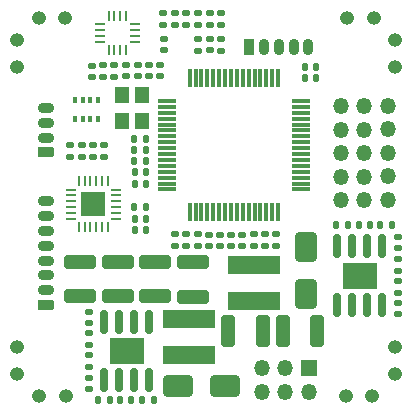
<source format=gbr>
G04 #@! TF.GenerationSoftware,KiCad,Pcbnew,8.0.4-8.0.4-0~ubuntu24.04.1*
G04 #@! TF.CreationDate,2024-09-03T20:49:10+07:00*
G04 #@! TF.ProjectId,OpenDrone_FC_F405_HW,4f70656e-4472-46f6-9e65-5f46435f4634,rev?*
G04 #@! TF.SameCoordinates,Original*
G04 #@! TF.FileFunction,Soldermask,Top*
G04 #@! TF.FilePolarity,Negative*
%FSLAX46Y46*%
G04 Gerber Fmt 4.6, Leading zero omitted, Abs format (unit mm)*
G04 Created by KiCad (PCBNEW 8.0.4-8.0.4-0~ubuntu24.04.1) date 2024-09-03 20:49:10*
%MOMM*%
%LPD*%
G01*
G04 APERTURE LIST*
G04 Aperture macros list*
%AMRoundRect*
0 Rectangle with rounded corners*
0 $1 Rounding radius*
0 $2 $3 $4 $5 $6 $7 $8 $9 X,Y pos of 4 corners*
0 Add a 4 corners polygon primitive as box body*
4,1,4,$2,$3,$4,$5,$6,$7,$8,$9,$2,$3,0*
0 Add four circle primitives for the rounded corners*
1,1,$1+$1,$2,$3*
1,1,$1+$1,$4,$5*
1,1,$1+$1,$6,$7*
1,1,$1+$1,$8,$9*
0 Add four rect primitives between the rounded corners*
20,1,$1+$1,$2,$3,$4,$5,0*
20,1,$1+$1,$4,$5,$6,$7,0*
20,1,$1+$1,$6,$7,$8,$9,0*
20,1,$1+$1,$8,$9,$2,$3,0*%
G04 Aperture macros list end*
%ADD10RoundRect,0.140000X0.170000X-0.140000X0.170000X0.140000X-0.170000X0.140000X-0.170000X-0.140000X0*%
%ADD11RoundRect,0.250000X1.100000X-0.325000X1.100000X0.325000X-1.100000X0.325000X-1.100000X-0.325000X0*%
%ADD12RoundRect,0.140000X-0.140000X-0.170000X0.140000X-0.170000X0.140000X0.170000X-0.140000X0.170000X0*%
%ADD13RoundRect,0.135000X-0.185000X0.135000X-0.185000X-0.135000X0.185000X-0.135000X0.185000X0.135000X0*%
%ADD14O,1.200000X1.200000*%
%ADD15RoundRect,0.135000X0.185000X-0.135000X0.185000X0.135000X-0.185000X0.135000X-0.185000X-0.135000X0*%
%ADD16RoundRect,0.140000X-0.170000X0.140000X-0.170000X-0.140000X0.170000X-0.140000X0.170000X0.140000X0*%
%ADD17RoundRect,0.062500X-0.350000X-0.062500X0.350000X-0.062500X0.350000X0.062500X-0.350000X0.062500X0*%
%ADD18RoundRect,0.062500X-0.062500X-0.350000X0.062500X-0.350000X0.062500X0.350000X-0.062500X0.350000X0*%
%ADD19RoundRect,0.075000X-0.700000X-0.075000X0.700000X-0.075000X0.700000X0.075000X-0.700000X0.075000X0*%
%ADD20RoundRect,0.075000X-0.075000X-0.700000X0.075000X-0.700000X0.075000X0.700000X-0.075000X0.700000X0*%
%ADD21RoundRect,0.147500X0.172500X-0.147500X0.172500X0.147500X-0.172500X0.147500X-0.172500X-0.147500X0*%
%ADD22RoundRect,0.250000X0.325000X1.100000X-0.325000X1.100000X-0.325000X-1.100000X0.325000X-1.100000X0*%
%ADD23RoundRect,0.140000X0.140000X0.170000X-0.140000X0.170000X-0.140000X-0.170000X0.140000X-0.170000X0*%
%ADD24RoundRect,0.135000X-0.135000X-0.185000X0.135000X-0.185000X0.135000X0.185000X-0.135000X0.185000X0*%
%ADD25RoundRect,0.062500X0.062500X-0.375000X0.062500X0.375000X-0.062500X0.375000X-0.062500X-0.375000X0*%
%ADD26RoundRect,0.062500X0.375000X-0.062500X0.375000X0.062500X-0.375000X0.062500X-0.375000X-0.062500X0*%
%ADD27R,2.150000X2.150000*%
%ADD28RoundRect,0.225000X0.475000X-0.225000X0.475000X0.225000X-0.475000X0.225000X-0.475000X-0.225000X0*%
%ADD29O,1.400000X0.900000*%
%ADD30RoundRect,0.225000X-0.225000X-0.475000X0.225000X-0.475000X0.225000X0.475000X-0.225000X0.475000X0*%
%ADD31O,0.900000X1.400000*%
%ADD32O,1.350000X1.350000*%
%ADD33R,1.200000X1.400000*%
%ADD34RoundRect,0.150000X0.150000X-0.825000X0.150000X0.825000X-0.150000X0.825000X-0.150000X-0.825000X0*%
%ADD35R,3.000000X2.290000*%
%ADD36RoundRect,0.250000X-0.650000X1.000000X-0.650000X-1.000000X0.650000X-1.000000X0.650000X1.000000X0*%
%ADD37R,4.500000X1.500000*%
%ADD38RoundRect,0.150000X-0.150000X0.825000X-0.150000X-0.825000X0.150000X-0.825000X0.150000X0.825000X0*%
%ADD39R,1.350000X1.350000*%
%ADD40RoundRect,0.135000X0.135000X0.185000X-0.135000X0.185000X-0.135000X-0.185000X0.135000X-0.185000X0*%
%ADD41RoundRect,0.250000X-0.325000X-1.100000X0.325000X-1.100000X0.325000X1.100000X-0.325000X1.100000X0*%
%ADD42RoundRect,0.250000X-1.000000X-0.650000X1.000000X-0.650000X1.000000X0.650000X-1.000000X0.650000X0*%
%ADD43R,0.350000X0.500000*%
G04 APERTURE END LIST*
D10*
X166750000Y-86780000D03*
X166750000Y-85820000D03*
D11*
X139825000Y-90875000D03*
X139825000Y-87925000D03*
D12*
X144480000Y-84290000D03*
X145440000Y-84290000D03*
D13*
X140600000Y-94010000D03*
X140600000Y-95030000D03*
D14*
X164735000Y-67287500D03*
X162485000Y-67287500D03*
D15*
X154555000Y-86650000D03*
X154555000Y-85630000D03*
D14*
X134502500Y-71415000D03*
X134502500Y-69165000D03*
D16*
X166750000Y-91450000D03*
X166750000Y-92410000D03*
D12*
X158870000Y-72375000D03*
X159830000Y-72375000D03*
D17*
X141547500Y-67830000D03*
X141547500Y-68330000D03*
X141547500Y-68830000D03*
X141547500Y-69330000D03*
D18*
X142260000Y-70042500D03*
X142760000Y-70042500D03*
X143260000Y-70042500D03*
X143760000Y-70042500D03*
D17*
X144472500Y-69330000D03*
X144472500Y-68830000D03*
X144472500Y-68330000D03*
X144472500Y-67830000D03*
D18*
X143760000Y-67117500D03*
X143260000Y-67117500D03*
X142760000Y-67117500D03*
X142260000Y-67117500D03*
D16*
X140600000Y-97800000D03*
X140600000Y-98760000D03*
X144725000Y-71270000D03*
X144725000Y-72230000D03*
D15*
X146900000Y-67910000D03*
X146900000Y-66890000D03*
D19*
X147200000Y-74325000D03*
X147200000Y-74825000D03*
X147200000Y-75325000D03*
X147200000Y-75825000D03*
X147200000Y-76325000D03*
X147200000Y-76825000D03*
X147200000Y-77325000D03*
X147200000Y-77825000D03*
X147200000Y-78325000D03*
X147200000Y-78825000D03*
X147200000Y-79325000D03*
X147200000Y-79825000D03*
X147200000Y-80325000D03*
X147200000Y-80825000D03*
X147200000Y-81325000D03*
X147200000Y-81825000D03*
D20*
X149125000Y-83750000D03*
X149625000Y-83750000D03*
X150125000Y-83750000D03*
X150625000Y-83750000D03*
X151125000Y-83750000D03*
X151625000Y-83750000D03*
X152125000Y-83750000D03*
X152625000Y-83750000D03*
X153125000Y-83750000D03*
X153625000Y-83750000D03*
X154125000Y-83750000D03*
X154625000Y-83750000D03*
X155125000Y-83750000D03*
X155625000Y-83750000D03*
X156125000Y-83750000D03*
X156625000Y-83750000D03*
D19*
X158550000Y-81825000D03*
X158550000Y-81325000D03*
X158550000Y-80825000D03*
X158550000Y-80325000D03*
X158550000Y-79825000D03*
X158550000Y-79325000D03*
X158550000Y-78825000D03*
X158550000Y-78325000D03*
X158550000Y-77825000D03*
X158550000Y-77325000D03*
X158550000Y-76825000D03*
X158550000Y-76325000D03*
X158550000Y-75825000D03*
X158550000Y-75325000D03*
X158550000Y-74825000D03*
X158550000Y-74325000D03*
D20*
X156625000Y-72400000D03*
X156125000Y-72400000D03*
X155625000Y-72400000D03*
X155125000Y-72400000D03*
X154625000Y-72400000D03*
X154125000Y-72400000D03*
X153625000Y-72400000D03*
X153125000Y-72400000D03*
X152625000Y-72400000D03*
X152125000Y-72400000D03*
X151625000Y-72400000D03*
X151125000Y-72400000D03*
X150625000Y-72400000D03*
X150125000Y-72400000D03*
X149625000Y-72400000D03*
X149125000Y-72400000D03*
D12*
X161560000Y-84845000D03*
X162520000Y-84845000D03*
D21*
X147850000Y-67885000D03*
X147850000Y-66915000D03*
D14*
X134517500Y-95195000D03*
X134517500Y-97445000D03*
D16*
X156450000Y-85620000D03*
X156450000Y-86580000D03*
D10*
X141820000Y-72280000D03*
X141820000Y-71320000D03*
D22*
X155350000Y-93775000D03*
X152400000Y-93775000D03*
D23*
X145430000Y-80380000D03*
X144470000Y-80380000D03*
D24*
X144440000Y-78500000D03*
X145460000Y-78500000D03*
D16*
X152640000Y-85642047D03*
X152640000Y-86602047D03*
D15*
X150825000Y-67910000D03*
X150825000Y-66890000D03*
D16*
X139030000Y-78080000D03*
X139030000Y-79040000D03*
D15*
X147894999Y-86640000D03*
X147894999Y-85620000D03*
D13*
X149794999Y-85620000D03*
X149794999Y-86640000D03*
X140600000Y-95870000D03*
X140600000Y-96890000D03*
D14*
X164595000Y-99287500D03*
X162345000Y-99287500D03*
D25*
X139730000Y-85020000D03*
X140230000Y-85020000D03*
X140730000Y-85020000D03*
X141230000Y-85020000D03*
X141730000Y-85020000D03*
X142230000Y-85020000D03*
D26*
X142917500Y-84332500D03*
X142917500Y-83832500D03*
X142917500Y-83332500D03*
X142917500Y-82832500D03*
X142917500Y-82332500D03*
X142917500Y-81832500D03*
D25*
X142230000Y-81145000D03*
X141730000Y-81145000D03*
X141230000Y-81145000D03*
X140730000Y-81145000D03*
X140230000Y-81145000D03*
X139730000Y-81145000D03*
D26*
X139042500Y-81832500D03*
X139042500Y-82332500D03*
X139042500Y-82832500D03*
X139042500Y-83332500D03*
X139042500Y-83832500D03*
X139042500Y-84332500D03*
D27*
X140980000Y-83082500D03*
D16*
X151700000Y-85642047D03*
X151700000Y-86602047D03*
D28*
X136950000Y-78680000D03*
D29*
X136950000Y-77430000D03*
X136950000Y-76180000D03*
X136950000Y-74930000D03*
D12*
X163430000Y-84825000D03*
X164390000Y-84825000D03*
D30*
X154180000Y-69760000D03*
D31*
X155430000Y-69760000D03*
X156680000Y-69760000D03*
X157930000Y-69760000D03*
X159180000Y-69760000D03*
D16*
X150732600Y-85660000D03*
X150732600Y-86620000D03*
D32*
X163910000Y-74750000D03*
X163910000Y-76750000D03*
X163910000Y-78750000D03*
X163910000Y-80750000D03*
X163910000Y-82750000D03*
D14*
X136355000Y-67302500D03*
X138605000Y-67302500D03*
D33*
X145060000Y-76050000D03*
X145060000Y-73850000D03*
X143360000Y-73850000D03*
X143360000Y-76050000D03*
D11*
X149450000Y-90900000D03*
X149450000Y-87950000D03*
D10*
X145675000Y-72225000D03*
X145675000Y-71265000D03*
D12*
X144445000Y-77550000D03*
X145405000Y-77550000D03*
D21*
X151775000Y-67885000D03*
X151775000Y-66915000D03*
D34*
X161645000Y-91595000D03*
X162915000Y-91595000D03*
X164185000Y-91595000D03*
X165455000Y-91595000D03*
X165455000Y-86645000D03*
X164185000Y-86645000D03*
X162915000Y-86645000D03*
X161645000Y-86645000D03*
D35*
X163550000Y-89120000D03*
D14*
X166482500Y-71445000D03*
X166482500Y-69195000D03*
D23*
X146080000Y-99680000D03*
X145120000Y-99680000D03*
X144200000Y-99680000D03*
X143240000Y-99680000D03*
D15*
X155505000Y-86650000D03*
X155505000Y-85630000D03*
D16*
X153600000Y-85652047D03*
X153600000Y-86612047D03*
D36*
X158975000Y-86675000D03*
X158975000Y-90675000D03*
D10*
X146650000Y-72225000D03*
X146650000Y-71265000D03*
D21*
X149825000Y-67867500D03*
X149825000Y-66897500D03*
D24*
X144450000Y-83310000D03*
X145470000Y-83310000D03*
D15*
X148850000Y-67910000D03*
X148850000Y-66890000D03*
D32*
X161910000Y-74750000D03*
X161910000Y-76750000D03*
X161910000Y-78750000D03*
X161910000Y-80750000D03*
X161910000Y-82750000D03*
D16*
X141910000Y-78090000D03*
X141910000Y-79050000D03*
D28*
X136970000Y-91590000D03*
D29*
X136970000Y-90340000D03*
X136970000Y-89090000D03*
X136970000Y-87840000D03*
X136970000Y-86590000D03*
X136970000Y-85340000D03*
X136970000Y-84090000D03*
X136970000Y-82840000D03*
D37*
X149101000Y-95799600D03*
X149101000Y-92802400D03*
D12*
X158870000Y-71425000D03*
X159830000Y-71425000D03*
D11*
X146225000Y-90875000D03*
X146225000Y-87925000D03*
D13*
X151775000Y-69060000D03*
X151775000Y-70080000D03*
D16*
X139990000Y-78100000D03*
X139990000Y-79060000D03*
X143725000Y-71295000D03*
X143725000Y-72255000D03*
X140940000Y-78100000D03*
X140940000Y-79060000D03*
D38*
X145705000Y-93005000D03*
X144435000Y-93005000D03*
X143165000Y-93005000D03*
X141895000Y-93005000D03*
X141895000Y-97955000D03*
X143165000Y-97955000D03*
X144435000Y-97955000D03*
X145705000Y-97955000D03*
D35*
X143800000Y-95480000D03*
D37*
X154549000Y-88250400D03*
X154549000Y-91247600D03*
D39*
X159225000Y-96950000D03*
D32*
X159225000Y-98950000D03*
X157225000Y-96950000D03*
X157225000Y-98950000D03*
X155225000Y-96950000D03*
X155225000Y-98950000D03*
D14*
X166477500Y-95205000D03*
X166477500Y-97455000D03*
D40*
X142360000Y-99680000D03*
X141340000Y-99680000D03*
D10*
X140900000Y-72290000D03*
X140900000Y-71330000D03*
D40*
X145470000Y-79440000D03*
X144450000Y-79440000D03*
D23*
X145430000Y-81325000D03*
X144470000Y-81325000D03*
D41*
X157000000Y-93800000D03*
X159950000Y-93800000D03*
D12*
X144470000Y-85250000D03*
X145430000Y-85250000D03*
D15*
X166750000Y-88700000D03*
X166750000Y-87680000D03*
D10*
X150825000Y-70055000D03*
X150825000Y-69095000D03*
D15*
X149825000Y-70085000D03*
X149825000Y-69065000D03*
D24*
X165280000Y-84805000D03*
X166300000Y-84805000D03*
D15*
X166740000Y-90580000D03*
X166740000Y-89560000D03*
D42*
X148125000Y-98475000D03*
X152125000Y-98475000D03*
D16*
X140600000Y-92200000D03*
X140600000Y-93160000D03*
D43*
X139410000Y-74290000D03*
X140060000Y-74290000D03*
X140710000Y-74290000D03*
X141360000Y-74290000D03*
X141360000Y-75890000D03*
X140710000Y-75890000D03*
X140060000Y-75890000D03*
X139410000Y-75890000D03*
D16*
X146925000Y-69095000D03*
X146925000Y-70055000D03*
D10*
X142760000Y-72270000D03*
X142760000Y-71310000D03*
D32*
X165910000Y-74725000D03*
X165910000Y-76725000D03*
X165910000Y-78725000D03*
X165910000Y-80725000D03*
X165910000Y-82725000D03*
D11*
X143025000Y-90875000D03*
X143025000Y-87925000D03*
D16*
X148850000Y-85637047D03*
X148850000Y-86597047D03*
D14*
X136375000Y-99317500D03*
X138625000Y-99317500D03*
M02*

</source>
